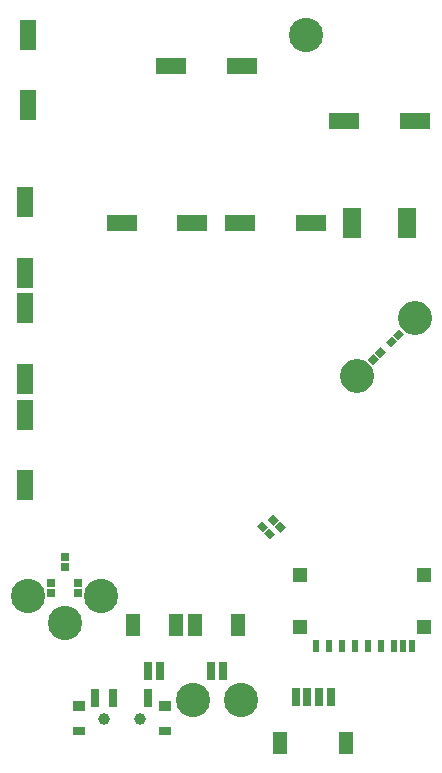
<source format=gbs>
G75*
G70*
%OFA0B0*%
%FSLAX24Y24*%
%IPPOS*%
%LPD*%
%AMOC8*
5,1,8,0,0,1.08239X$1,22.5*
%
%ADD10R,0.0552X0.0985*%
%ADD11R,0.0316X0.0631*%
%ADD12R,0.0434X0.0276*%
%ADD13R,0.0434X0.0355*%
%ADD14C,0.0394*%
%ADD15R,0.0631X0.0985*%
%ADD16R,0.0276X0.0257*%
%ADD17C,0.1140*%
%ADD18C,0.1140*%
%ADD19R,0.0985X0.0552*%
%ADD20R,0.0237X0.0434*%
%ADD21R,0.0453X0.0512*%
%ADD22R,0.0257X0.0276*%
%ADD23R,0.0276X0.0631*%
%ADD24R,0.0512X0.0749*%
D10*
X007494Y013453D03*
X007494Y015815D03*
X007494Y016993D03*
X007494Y019355D03*
X007494Y020533D03*
X007494Y022895D03*
X007594Y026118D03*
X007594Y028480D03*
D11*
X009848Y006363D03*
X010439Y006363D03*
X011620Y006363D03*
D12*
X012171Y005280D03*
X009297Y005280D03*
D13*
X009297Y006107D03*
X012171Y006107D03*
D14*
X011324Y005674D03*
X010143Y005674D03*
D15*
X018418Y022214D03*
X020229Y022214D03*
D16*
G36*
X020146Y018492D02*
X019951Y018297D01*
X019770Y018478D01*
X019965Y018673D01*
X020146Y018492D01*
G37*
G36*
X019909Y018255D02*
X019714Y018060D01*
X019533Y018241D01*
X019728Y018436D01*
X019909Y018255D01*
G37*
G36*
X019152Y017880D02*
X019347Y018075D01*
X019528Y017894D01*
X019333Y017699D01*
X019152Y017880D01*
G37*
G36*
X018916Y017643D02*
X019111Y017838D01*
X019292Y017657D01*
X019097Y017462D01*
X018916Y017643D01*
G37*
G36*
X015795Y012109D02*
X015600Y012304D01*
X015781Y012485D01*
X015976Y012290D01*
X015795Y012109D01*
G37*
G36*
X016032Y011873D02*
X015837Y012068D01*
X016018Y012249D01*
X016213Y012054D01*
X016032Y011873D01*
G37*
G36*
X015662Y011663D02*
X015467Y011858D01*
X015648Y012039D01*
X015843Y011844D01*
X015662Y011663D01*
G37*
G36*
X015425Y011899D02*
X015230Y012094D01*
X015411Y012275D01*
X015606Y012080D01*
X015425Y011899D01*
G37*
D17*
X018556Y017103D02*
X018556Y017103D01*
X018556Y017103D01*
X018556Y017103D01*
X018556Y017103D01*
X018556Y017103D01*
X018556Y017103D01*
X018556Y017103D01*
X018556Y017103D01*
X018556Y017103D01*
X020498Y019025D02*
X020498Y019025D01*
X020498Y019025D01*
X020498Y019025D01*
X020498Y019025D01*
X020498Y019025D01*
X020498Y019025D01*
X020498Y019025D01*
X020498Y019025D01*
X020498Y019025D01*
D18*
X007594Y009769D03*
X008824Y008864D03*
X010054Y009769D03*
X013094Y006314D03*
X014694Y006314D03*
X016864Y028454D03*
D19*
X018143Y025604D03*
X020505Y025604D03*
X017035Y022214D03*
X014673Y022214D03*
X013085Y022214D03*
X010723Y022214D03*
X012373Y027424D03*
X014735Y027424D03*
D20*
X017218Y008092D03*
X017651Y008092D03*
X018084Y008092D03*
X018517Y008092D03*
X018950Y008092D03*
X019384Y008092D03*
X019817Y008092D03*
X020116Y008092D03*
X020391Y008092D03*
D21*
X020791Y008726D03*
X020791Y010478D03*
X016677Y010478D03*
X016677Y008726D03*
D22*
X009274Y009857D03*
X009274Y010191D03*
X008824Y010727D03*
X008824Y011061D03*
X008374Y010191D03*
X008374Y009857D03*
D23*
X011617Y007258D03*
X012011Y007258D03*
X013697Y007278D03*
X014091Y007278D03*
X016523Y006389D03*
X016917Y006389D03*
X017311Y006389D03*
X017704Y006389D03*
D24*
X018216Y004854D03*
X016012Y004854D03*
X014603Y008814D03*
X013185Y008814D03*
X012523Y008794D03*
X011105Y008794D03*
M02*

</source>
